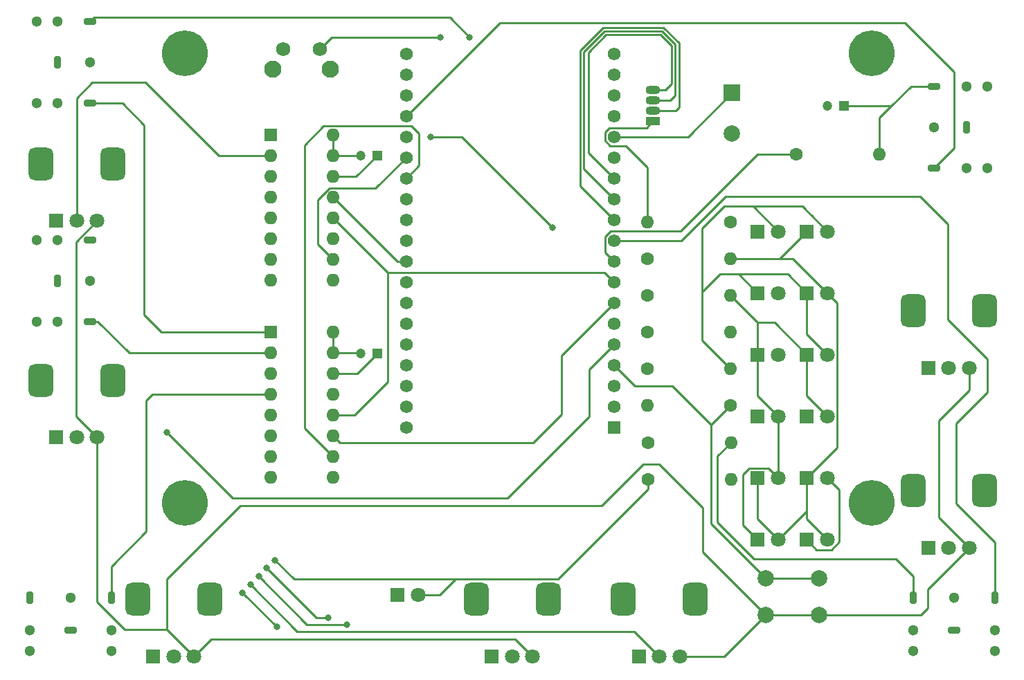
<source format=gbr>
%TF.GenerationSoftware,KiCad,Pcbnew,(6.0.4)*%
%TF.CreationDate,2022-09-22T00:21:37+02:00*%
%TF.ProjectId,Spikeling_V2.2,5370696b-656c-4696-9e67-5f56322e322e,rev?*%
%TF.SameCoordinates,Original*%
%TF.FileFunction,Copper,L1,Top*%
%TF.FilePolarity,Positive*%
%FSLAX46Y46*%
G04 Gerber Fmt 4.6, Leading zero omitted, Abs format (unit mm)*
G04 Created by KiCad (PCBNEW (6.0.4)) date 2022-09-22 00:21:37*
%MOMM*%
%LPD*%
G01*
G04 APERTURE LIST*
G04 Aperture macros list*
%AMRoundRect*
0 Rectangle with rounded corners*
0 $1 Rounding radius*
0 $2 $3 $4 $5 $6 $7 $8 $9 X,Y pos of 4 corners*
0 Add a 4 corners polygon primitive as box body*
4,1,4,$2,$3,$4,$5,$6,$7,$8,$9,$2,$3,0*
0 Add four circle primitives for the rounded corners*
1,1,$1+$1,$2,$3*
1,1,$1+$1,$4,$5*
1,1,$1+$1,$6,$7*
1,1,$1+$1,$8,$9*
0 Add four rect primitives between the rounded corners*
20,1,$1+$1,$2,$3,$4,$5,0*
20,1,$1+$1,$4,$5,$6,$7,0*
20,1,$1+$1,$6,$7,$8,$9,0*
20,1,$1+$1,$8,$9,$2,$3,0*%
G04 Aperture macros list end*
%TA.AperFunction,ComponentPad*%
%ADD10O,1.800000X1.070000*%
%TD*%
%TA.AperFunction,ComponentPad*%
%ADD11R,1.800000X1.070000*%
%TD*%
%TA.AperFunction,ComponentPad*%
%ADD12C,5.600000*%
%TD*%
%TA.AperFunction,ComponentPad*%
%ADD13R,1.800000X1.800000*%
%TD*%
%TA.AperFunction,ComponentPad*%
%ADD14C,1.800000*%
%TD*%
%TA.AperFunction,ComponentPad*%
%ADD15C,1.600000*%
%TD*%
%TA.AperFunction,ComponentPad*%
%ADD16O,1.600000X1.600000*%
%TD*%
%TA.AperFunction,ComponentPad*%
%ADD17R,1.600000X1.600000*%
%TD*%
%TA.AperFunction,ComponentPad*%
%ADD18RoundRect,0.750000X0.750000X-1.250000X0.750000X1.250000X-0.750000X1.250000X-0.750000X-1.250000X0*%
%TD*%
%TA.AperFunction,ComponentPad*%
%ADD19C,1.300000*%
%TD*%
%TA.AperFunction,ComponentPad*%
%ADD20RoundRect,0.200000X0.550000X0.200000X-0.550000X0.200000X-0.550000X-0.200000X0.550000X-0.200000X0*%
%TD*%
%TA.AperFunction,ComponentPad*%
%ADD21RoundRect,0.200000X-0.200000X0.550000X-0.200000X-0.550000X0.200000X-0.550000X0.200000X0.550000X0*%
%TD*%
%TA.AperFunction,ComponentPad*%
%ADD22RoundRect,0.200000X-0.550000X-0.200000X0.550000X-0.200000X0.550000X0.200000X-0.550000X0.200000X0*%
%TD*%
%TA.AperFunction,ComponentPad*%
%ADD23RoundRect,0.200000X0.200000X-0.550000X0.200000X0.550000X-0.200000X0.550000X-0.200000X-0.550000X0*%
%TD*%
%TA.AperFunction,ComponentPad*%
%ADD24R,1.200000X1.200000*%
%TD*%
%TA.AperFunction,ComponentPad*%
%ADD25C,1.200000*%
%TD*%
%TA.AperFunction,ComponentPad*%
%ADD26C,2.100000*%
%TD*%
%TA.AperFunction,ComponentPad*%
%ADD27C,1.750000*%
%TD*%
%TA.AperFunction,ComponentPad*%
%ADD28R,2.000000X2.000000*%
%TD*%
%TA.AperFunction,ComponentPad*%
%ADD29C,2.000000*%
%TD*%
%TA.AperFunction,ComponentPad*%
%ADD30R,1.560000X1.560000*%
%TD*%
%TA.AperFunction,ComponentPad*%
%ADD31C,1.560000*%
%TD*%
%TA.AperFunction,ViaPad*%
%ADD32C,0.800000*%
%TD*%
%TA.AperFunction,Conductor*%
%ADD33C,0.250000*%
%TD*%
G04 APERTURE END LIST*
D10*
%TO.P,Spike_LED,1,RA*%
%TO.N,/27*%
X177200000Y-62030000D03*
D11*
%TO.P,Spike_LED,2,K*%
%TO.N,Net-(100\u03A9_Spike-LED1-Pad2)*%
X177200000Y-63300000D03*
D10*
%TO.P,Spike_LED,3,GA*%
%TO.N,/14*%
X177200000Y-60760000D03*
%TO.P,Spike_LED,4,BA*%
%TO.N,/12*%
X177200000Y-59490000D03*
%TD*%
D12*
%TO.P, ,1*%
%TO.N,N/C*%
X120000000Y-55000000D03*
%TD*%
D13*
%TO.P,6,1,K*%
%TO.N,Net-(100\u03A9_CharliePlex3-Pad2)*%
X190000000Y-76779000D03*
D14*
%TO.P,6,2,A*%
%TO.N,Net-(100\u03A9_CharliePlex4-Pad2)*%
X192540000Y-76779000D03*
%TD*%
%TO.P,1,2,A*%
%TO.N,Net-(100\u03A9_CharliePlex1-Pad2)*%
X192540000Y-114504000D03*
D13*
%TO.P,1,1,K*%
%TO.N,Net-(100\u03A9_CharliePlex2-Pad2)*%
X190000000Y-114504000D03*
%TD*%
D15*
%TO.P,10k\u03A9,1*%
%TO.N,/39*%
X186660000Y-98100000D03*
D16*
%TO.P,10k\u03A9,2*%
%TO.N,GNDREF*%
X176500000Y-98100000D03*
%TD*%
D17*
%TO.P,MCP3208,1,CH0*%
%TO.N,/200*%
X130500000Y-89125000D03*
D16*
%TO.P,MCP3208,2,CH1*%
%TO.N,/201*%
X130500000Y-91665000D03*
%TO.P,MCP3208,3,CH2*%
%TO.N,/202*%
X130500000Y-94205000D03*
%TO.P,MCP3208,4,CH3*%
%TO.N,/203*%
X130500000Y-96745000D03*
%TO.P,MCP3208,5,CH4*%
%TO.N,/204*%
X130500000Y-99285000D03*
%TO.P,MCP3208,6,CH5*%
%TO.N,/205*%
X130500000Y-101825000D03*
%TO.P,MCP3208,7,CH6*%
%TO.N,/206*%
X130500000Y-104365000D03*
%TO.P,MCP3208,8,CH7*%
%TO.N,/207*%
X130500000Y-106905000D03*
%TO.P,MCP3208,9,DGND*%
%TO.N,GNDREF*%
X138120000Y-106905000D03*
%TO.P,MCP3208,10,~{CS}/SHDN*%
%TO.N,/04*%
X138120000Y-104365000D03*
%TO.P,MCP3208,11,Din*%
%TO.N,/32*%
X138120000Y-101825000D03*
%TO.P,MCP3208,12,Dout*%
%TO.N,/33*%
X138120000Y-99285000D03*
%TO.P,MCP3208,13,CLK*%
%TO.N,/18*%
X138120000Y-96745000D03*
%TO.P,MCP3208,14,AGND*%
%TO.N,GNDREF*%
X138120000Y-94205000D03*
%TO.P,MCP3208,15,Vref*%
%TO.N,VCC*%
X138120000Y-91665000D03*
%TO.P,MCP3208,16,Vdd*%
X138120000Y-89125000D03*
%TD*%
D13*
%TO.P,Stimulus,1,1*%
%TO.N,GNDREF*%
X210900000Y-115500000D03*
D14*
%TO.P,Stimulus,2,2*%
%TO.N,/104*%
X213400000Y-115500000D03*
%TO.P,Stimulus,3,3*%
%TO.N,VCC*%
X215900000Y-115500000D03*
D18*
%TO.P,Stimulus,MP*%
%TO.N,N/C*%
X217800000Y-108500000D03*
X209000000Y-108500000D03*
%TD*%
D13*
%TO.P,Noise,1,1*%
%TO.N,GNDREF*%
X175500000Y-128800000D03*
D14*
%TO.P,Noise,2,2*%
%TO.N,/106*%
X178000000Y-128800000D03*
%TO.P,Noise,3,3*%
%TO.N,VCC*%
X180500000Y-128800000D03*
D18*
%TO.P,Noise,MP*%
%TO.N,N/C*%
X173600000Y-121800000D03*
X182400000Y-121800000D03*
%TD*%
D19*
%TO.P,Synapse In 1,*%
%TO.N,*%
X101882500Y-51100000D03*
X104382500Y-51100000D03*
X108382500Y-56100000D03*
X101882500Y-61100000D03*
X104382500Y-61100000D03*
D20*
%TO.P,Synapse In 1,R*%
%TO.N,/200*%
X108382500Y-61100000D03*
D21*
%TO.P,Synapse In 1,S*%
%TO.N,GNDREF*%
X104382500Y-56100000D03*
D20*
%TO.P,Synapse In 1,T*%
%TO.N,/35*%
X108382500Y-51100000D03*
%TD*%
D19*
%TO.P,Synapse Out,*%
%TO.N,*%
X215600000Y-59000000D03*
X215600000Y-69000000D03*
X218100000Y-59000000D03*
X211600000Y-64000000D03*
X218100000Y-69000000D03*
D22*
%TO.P,Synapse Out,R*%
%TO.N,Net-(10\u03A9_RC1-Pad2)*%
X211600000Y-59000000D03*
D23*
%TO.P,Synapse Out,S*%
%TO.N,GNDREF*%
X215600000Y-64000000D03*
D22*
%TO.P,Synapse Out,T*%
%TO.N,/15*%
X211600000Y-69000000D03*
%TD*%
D13*
%TO.P,Synapse1 Gain,1,1*%
%TO.N,GNDREF*%
X104250000Y-75500000D03*
D14*
%TO.P,Synapse1 Gain,2,2*%
%TO.N,/101*%
X106750000Y-75500000D03*
%TO.P,Synapse1 Gain,3,3*%
%TO.N,VCC*%
X109250000Y-75500000D03*
D18*
%TO.P,Synapse1 Gain,MP*%
%TO.N,N/C*%
X111150000Y-68500000D03*
X102350000Y-68500000D03*
%TD*%
D14*
%TO.P,3,2,A*%
%TO.N,Net-(100\u03A9_CharliePlex2-Pad2)*%
X192540000Y-99414000D03*
D13*
%TO.P,3,1,K*%
%TO.N,Net-(100\u03A9_CharliePlex3-Pad2)*%
X190000000Y-99414000D03*
%TD*%
%TO.P,Voltage Membrane,1,1*%
%TO.N,GNDREF*%
X116100000Y-128800000D03*
D14*
%TO.P,Voltage Membrane,2,2*%
%TO.N,/100*%
X118600000Y-128800000D03*
%TO.P,Voltage Membrane,3,3*%
%TO.N,VCC*%
X121100000Y-128800000D03*
D18*
%TO.P,Voltage Membrane,MP*%
%TO.N,N/C*%
X114200000Y-121800000D03*
X123000000Y-121800000D03*
%TD*%
D15*
%TO.P,100\u03A9,1*%
%TO.N,/22*%
X176600000Y-102600000D03*
D16*
%TO.P,100\u03A9,2*%
%TO.N,Net-(100\u03A9_Stim-LED1-Pad2)*%
X186760000Y-102600000D03*
%TD*%
D12*
%TO.P, ,1*%
%TO.N,N/C*%
X204000000Y-55000000D03*
%TD*%
D17*
%TO.P,MCP3208,1,CH0*%
%TO.N,/100*%
X130500000Y-65000000D03*
D16*
%TO.P,MCP3208,2,CH1*%
%TO.N,/101*%
X130500000Y-67540000D03*
%TO.P,MCP3208,3,CH2*%
%TO.N,/102*%
X130500000Y-70080000D03*
%TO.P,MCP3208,4,CH3*%
%TO.N,/103*%
X130500000Y-72620000D03*
%TO.P,MCP3208,5,CH4*%
%TO.N,/104*%
X130500000Y-75160000D03*
%TO.P,MCP3208,6,CH5*%
%TO.N,/105*%
X130500000Y-77700000D03*
%TO.P,MCP3208,7,CH6*%
%TO.N,/106*%
X130500000Y-80240000D03*
%TO.P,MCP3208,8,CH7*%
%TO.N,/107*%
X130500000Y-82780000D03*
%TO.P,MCP3208,9,DGND*%
%TO.N,GNDREF*%
X138120000Y-82780000D03*
%TO.P,MCP3208,10,~{CS}/SHDN*%
%TO.N,/00*%
X138120000Y-80240000D03*
%TO.P,MCP3208,11,Din*%
%TO.N,/32*%
X138120000Y-77700000D03*
%TO.P,MCP3208,12,Dout*%
%TO.N,/33*%
X138120000Y-75160000D03*
%TO.P,MCP3208,13,CLK*%
%TO.N,/18*%
X138120000Y-72620000D03*
%TO.P,MCP3208,14,AGND*%
%TO.N,GNDREF*%
X138120000Y-70080000D03*
%TO.P,MCP3208,15,Vref*%
%TO.N,VCC*%
X138120000Y-67540000D03*
%TO.P,MCP3208,16,Vdd*%
X138120000Y-65000000D03*
%TD*%
D24*
%TO.P,1\u03BCF,1*%
%TO.N,GNDREF*%
X143472600Y-91750000D03*
D25*
%TO.P,1\u03BCF,2*%
%TO.N,VCC*%
X141472600Y-91750000D03*
%TD*%
D19*
%TO.P,Stimulus Out,*%
%TO.N,*%
X219000000Y-125617500D03*
X219000000Y-128117500D03*
X209000000Y-128117500D03*
X214000000Y-121617500D03*
X209000000Y-125617500D03*
D21*
%TO.P,Stimulus Out,R*%
%TO.N,/26*%
X219000000Y-121617500D03*
D22*
%TO.P,Stimulus Out,S*%
%TO.N,GNDREF*%
X214000000Y-125617500D03*
D21*
%TO.P,Stimulus Out,T*%
%TO.N,Net-(100\u03A9_Stim-LED1-Pad2)*%
X209000000Y-121617500D03*
%TD*%
D26*
%TO.P,Reset Button,*%
%TO.N,*%
X137760000Y-56930000D03*
X130750000Y-56930000D03*
D27*
%TO.P,Reset Button,1,1*%
%TO.N,GNDREF*%
X132000000Y-54440000D03*
%TO.P,Reset Button,2,2*%
%TO.N,Net-(Reset_Button1-Pad2)*%
X136500000Y-54440000D03*
%TD*%
D13*
%TO.P,10,1,K*%
%TO.N,Net-(100\u03A9_CharliePlex2-Pad2)*%
X196000000Y-91869000D03*
D14*
%TO.P,10,2,A*%
%TO.N,Net-(100\u03A9_CharliePlex4-Pad2)*%
X198540000Y-91869000D03*
%TD*%
%TO.P,8,2,A*%
%TO.N,Net-(100\u03A9_CharliePlex3-Pad2)*%
X198540000Y-106959000D03*
D13*
%TO.P,8,1,K*%
%TO.N,Net-(100\u03A9_CharliePlex1-Pad2)*%
X196000000Y-106959000D03*
%TD*%
D24*
%TO.P,1\u03BCF,1*%
%TO.N,GNDREF*%
X143472600Y-67500000D03*
D25*
%TO.P,1\u03BCF,2*%
%TO.N,VCC*%
X141472600Y-67500000D03*
%TD*%
D15*
%TO.P,100\u03A9,1*%
%TO.N,/21*%
X176500000Y-93600000D03*
D16*
%TO.P,100\u03A9,2*%
%TO.N,Net-(100\u03A9_CharliePlex4-Pad2)*%
X186660000Y-93600000D03*
%TD*%
D13*
%TO.P,12,1,K*%
%TO.N,Net-(100\u03A9_CharliePlex1-Pad2)*%
X196000000Y-76779000D03*
D14*
%TO.P,12,2,A*%
%TO.N,Net-(100\u03A9_CharliePlex4-Pad2)*%
X198540000Y-76779000D03*
%TD*%
D13*
%TO.P,11,1,K*%
%TO.N,Net-(100\u03A9_CharliePlex4-Pad2)*%
X196000000Y-84324000D03*
D14*
%TO.P,11,2,A*%
%TO.N,Net-(100\u03A9_CharliePlex1-Pad2)*%
X198540000Y-84324000D03*
%TD*%
D13*
%TO.P,9,1,K*%
%TO.N,Net-(100\u03A9_CharliePlex4-Pad2)*%
X196000000Y-99414000D03*
D14*
%TO.P,9,2,A*%
%TO.N,Net-(100\u03A9_CharliePlex2-Pad2)*%
X198540000Y-99414000D03*
%TD*%
D15*
%TO.P,10\u03A9,1*%
%TO.N,/25*%
X194720000Y-67300000D03*
D16*
%TO.P,10\u03A9,2*%
%TO.N,Net-(10\u03A9_RC1-Pad2)*%
X204880000Y-67300000D03*
%TD*%
D13*
%TO.P,Photodiode,1,K*%
%TO.N,GNDREF*%
X145975000Y-121300000D03*
D14*
%TO.P,Photodiode,2,A*%
%TO.N,/202*%
X148515000Y-121300000D03*
%TD*%
D13*
%TO.P,Stimulus,1,1*%
%TO.N,GNDREF*%
X210900000Y-93500000D03*
D14*
%TO.P,Stimulus,2,2*%
%TO.N,/105*%
X213400000Y-93500000D03*
%TO.P,Stimulus,3,3*%
%TO.N,VCC*%
X215900000Y-93500000D03*
D18*
%TO.P,Stimulus,MP*%
%TO.N,N/C*%
X217800000Y-86500000D03*
X209000000Y-86500000D03*
%TD*%
D13*
%TO.P,Synapse2 Gain,1,1*%
%TO.N,GNDREF*%
X104250000Y-102000000D03*
D14*
%TO.P,Synapse2 Gain,2,2*%
%TO.N,/102*%
X106750000Y-102000000D03*
%TO.P,Synapse2 Gain,3,3*%
%TO.N,VCC*%
X109250000Y-102000000D03*
D18*
%TO.P,Synapse2 Gain,MP*%
%TO.N,N/C*%
X102350000Y-95000000D03*
X111150000Y-95000000D03*
%TD*%
D19*
%TO.P,Synapse In 2,*%
%TO.N,*%
X104382500Y-77800000D03*
X101882500Y-87800000D03*
X101882500Y-77800000D03*
X108382500Y-82800000D03*
X104382500Y-87800000D03*
D20*
%TO.P,Synapse In 2,R*%
%TO.N,/201*%
X108382500Y-87800000D03*
D21*
%TO.P,Synapse In 2,S*%
%TO.N,GNDREF*%
X104382500Y-82800000D03*
D20*
%TO.P,Synapse In 2,T*%
%TO.N,/34*%
X108382500Y-77800000D03*
%TD*%
D14*
%TO.P,2,2,A*%
%TO.N,Net-(100\u03A9_CharliePlex2-Pad2)*%
X192540000Y-106959000D03*
D13*
%TO.P,2,1,K*%
%TO.N,Net-(100\u03A9_CharliePlex1-Pad2)*%
X190000000Y-106959000D03*
%TD*%
D12*
%TO.P, ,1*%
%TO.N,N/C*%
X204000000Y-110000000D03*
%TD*%
D13*
%TO.P,4,1,K*%
%TO.N,Net-(100\u03A9_CharliePlex2-Pad2)*%
X190000000Y-91869000D03*
D14*
%TO.P,4,2,A*%
%TO.N,Net-(100\u03A9_CharliePlex3-Pad2)*%
X192540000Y-91869000D03*
%TD*%
D19*
%TO.P,Current In,*%
%TO.N,*%
X101000000Y-128117500D03*
X111000000Y-125617500D03*
X101000000Y-125617500D03*
X111000000Y-128117500D03*
X106000000Y-121617500D03*
D21*
%TO.P,Current In,R*%
%TO.N,/203*%
X111000000Y-121617500D03*
D22*
%TO.P,Current In,S*%
%TO.N,GNDREF*%
X106000000Y-125617500D03*
D21*
%TO.P,Current In,T*%
%TO.N,unconnected-(Current_In1-PadT)*%
X101000000Y-121617500D03*
%TD*%
D15*
%TO.P,100\u03A9,1*%
%TO.N,/19*%
X176500000Y-89100000D03*
D16*
%TO.P,100\u03A9,2*%
%TO.N,Net-(100\u03A9_CharliePlex3-Pad2)*%
X186660000Y-89100000D03*
%TD*%
D15*
%TO.P,10k\u03A9,1*%
%TO.N,/202*%
X176600000Y-107100000D03*
D16*
%TO.P,10k\u03A9,2*%
%TO.N,GNDREF*%
X186760000Y-107100000D03*
%TD*%
D13*
%TO.P,Photodiode Gain,1,1*%
%TO.N,GNDREF*%
X157500000Y-128800000D03*
D14*
%TO.P,Photodiode Gain,2,2*%
%TO.N,/103*%
X160000000Y-128800000D03*
%TO.P,Photodiode Gain,3,3*%
%TO.N,VCC*%
X162500000Y-128800000D03*
D18*
%TO.P,Photodiode Gain,MP*%
%TO.N,N/C*%
X164400000Y-121800000D03*
X155600000Y-121800000D03*
%TD*%
D24*
%TO.P,1nF,1*%
%TO.N,Net-(10\u03A9_RC1-Pad2)*%
X200572600Y-61400000D03*
D25*
%TO.P,1nF,2*%
%TO.N,GNDREF*%
X198572600Y-61400000D03*
%TD*%
D15*
%TO.P,100\u03A9,1*%
%TO.N,/05*%
X176500000Y-84600000D03*
D16*
%TO.P,100\u03A9,2*%
%TO.N,Net-(100\u03A9_CharliePlex2-Pad2)*%
X186660000Y-84600000D03*
%TD*%
D15*
%TO.P,100\u03A9,1*%
%TO.N,GNDREF*%
X186680000Y-75600000D03*
D16*
%TO.P,100\u03A9,2*%
%TO.N,Net-(100\u03A9_Spike-LED1-Pad2)*%
X176520000Y-75600000D03*
%TD*%
D28*
%TO.P,Spike Buzzer,1,-*%
%TO.N,/13*%
X186900000Y-59800000D03*
D29*
%TO.P,Spike Buzzer,2,+*%
%TO.N,GNDREF*%
X186900000Y-64800000D03*
%TD*%
D12*
%TO.P, ,1*%
%TO.N,N/C*%
X120000000Y-110000000D03*
%TD*%
D15*
%TO.P,100\u03A9,1*%
%TO.N,/02*%
X176500000Y-80100000D03*
D16*
%TO.P,100\u03A9,2*%
%TO.N,Net-(100\u03A9_CharliePlex1-Pad2)*%
X186660000Y-80100000D03*
%TD*%
D29*
%TO.P,Mode Button,2,2*%
%TO.N,VCC*%
X191000000Y-123750000D03*
X197500000Y-123750000D03*
%TO.P,Mode Button,1,1*%
%TO.N,/39*%
X197500000Y-119250000D03*
X191000000Y-119250000D03*
%TD*%
D30*
%TO.P,ESP32 Wroom-32 Dev Module,1,3V3*%
%TO.N,+3V3*%
X172450000Y-100760000D03*
D31*
%TO.P,ESP32 Wroom-32 Dev Module,2,EN*%
%TO.N,Net-(Reset_Button1-Pad2)*%
X172450000Y-98220000D03*
%TO.P,ESP32 Wroom-32 Dev Module,3,SENSOR_VP*%
%TO.N,unconnected-(U1-Pad3)*%
X172450000Y-95680000D03*
%TO.P,ESP32 Wroom-32 Dev Module,4,SENSOR_VN*%
%TO.N,/39*%
X172450000Y-93140000D03*
%TO.P,ESP32 Wroom-32 Dev Module,5,IO34*%
%TO.N,/34*%
X172450000Y-90600000D03*
%TO.P,ESP32 Wroom-32 Dev Module,6,IO35*%
%TO.N,/35*%
X172450000Y-88060000D03*
%TO.P,ESP32 Wroom-32 Dev Module,7,IO32*%
%TO.N,/32*%
X172450000Y-85520000D03*
%TO.P,ESP32 Wroom-32 Dev Module,8,IO33*%
%TO.N,/33*%
X172450000Y-82980000D03*
%TO.P,ESP32 Wroom-32 Dev Module,9,IO25*%
%TO.N,/25*%
X172450000Y-80440000D03*
%TO.P,ESP32 Wroom-32 Dev Module,10,IO26*%
%TO.N,/26*%
X172450000Y-77900000D03*
%TO.P,ESP32 Wroom-32 Dev Module,11,IO27*%
%TO.N,/27*%
X172450000Y-75360000D03*
%TO.P,ESP32 Wroom-32 Dev Module,12,IO14*%
%TO.N,/14*%
X172450000Y-72820000D03*
%TO.P,ESP32 Wroom-32 Dev Module,13,IO12*%
%TO.N,/12*%
X172450000Y-70280000D03*
%TO.P,ESP32 Wroom-32 Dev Module,14,GND1*%
%TO.N,GNDREF*%
X172450000Y-67740000D03*
%TO.P,ESP32 Wroom-32 Dev Module,15,IO13*%
%TO.N,/13*%
X172450000Y-65200000D03*
%TO.P,ESP32 Wroom-32 Dev Module,16,SD2*%
%TO.N,unconnected-(U1-Pad16)*%
X172450000Y-62660000D03*
%TO.P,ESP32 Wroom-32 Dev Module,17,SD3*%
%TO.N,unconnected-(U1-Pad17)*%
X172450000Y-60120000D03*
%TO.P,ESP32 Wroom-32 Dev Module,18,CMD*%
%TO.N,unconnected-(U1-Pad18)*%
X172450000Y-57580000D03*
%TO.P,ESP32 Wroom-32 Dev Module,19,EXT_5V*%
%TO.N,VCC*%
X172450000Y-55040000D03*
%TO.P,ESP32 Wroom-32 Dev Module,20,GND3*%
%TO.N,GNDREF*%
X147050000Y-100760000D03*
%TO.P,ESP32 Wroom-32 Dev Module,21,IO23*%
%TO.N,/23*%
X147050000Y-98220000D03*
%TO.P,ESP32 Wroom-32 Dev Module,22,IO22*%
%TO.N,/22*%
X147050000Y-95680000D03*
%TO.P,ESP32 Wroom-32 Dev Module,23,TXD0*%
%TO.N,unconnected-(U1-Pad23)*%
X147050000Y-93140000D03*
%TO.P,ESP32 Wroom-32 Dev Module,24,RXD0*%
%TO.N,unconnected-(U1-Pad24)*%
X147050000Y-90600000D03*
%TO.P,ESP32 Wroom-32 Dev Module,25,IO21*%
%TO.N,/21*%
X147050000Y-88060000D03*
%TO.P,ESP32 Wroom-32 Dev Module,26,GND2*%
%TO.N,GNDREF*%
X147050000Y-85520000D03*
%TO.P,ESP32 Wroom-32 Dev Module,27,IO19*%
%TO.N,/19*%
X147050000Y-82980000D03*
%TO.P,ESP32 Wroom-32 Dev Module,28,IO18*%
%TO.N,/18*%
X147050000Y-80440000D03*
%TO.P,ESP32 Wroom-32 Dev Module,29,IO5*%
%TO.N,/05*%
X147050000Y-77900000D03*
%TO.P,ESP32 Wroom-32 Dev Module,30,IO17*%
%TO.N,/17*%
X147050000Y-75360000D03*
%TO.P,ESP32 Wroom-32 Dev Module,31,IO16*%
%TO.N,/16*%
X147050000Y-72820000D03*
%TO.P,ESP32 Wroom-32 Dev Module,32,IO4*%
%TO.N,/04*%
X147050000Y-70280000D03*
%TO.P,ESP32 Wroom-32 Dev Module,33,IO0*%
%TO.N,/00*%
X147050000Y-67740000D03*
%TO.P,ESP32 Wroom-32 Dev Module,34,IO2*%
%TO.N,/02*%
X147050000Y-65200000D03*
%TO.P,ESP32 Wroom-32 Dev Module,35,IO15*%
%TO.N,/15*%
X147050000Y-62660000D03*
%TO.P,ESP32 Wroom-32 Dev Module,36,SD1*%
%TO.N,unconnected-(U1-Pad36)*%
X147050000Y-60120000D03*
%TO.P,ESP32 Wroom-32 Dev Module,37,SD0*%
%TO.N,unconnected-(U1-Pad37)*%
X147050000Y-57580000D03*
%TO.P,ESP32 Wroom-32 Dev Module,38,CLK*%
%TO.N,unconnected-(U1-Pad38)*%
X147050000Y-55040000D03*
%TD*%
D14*
%TO.P,7,2,A*%
%TO.N,Net-(100\u03A9_CharliePlex1-Pad2)*%
X198540000Y-114504000D03*
D13*
%TO.P,7,1,K*%
%TO.N,Net-(100\u03A9_CharliePlex3-Pad2)*%
X196000000Y-114504000D03*
%TD*%
%TO.P,5,1,K*%
%TO.N,Net-(100\u03A9_CharliePlex4-Pad2)*%
X190000000Y-84324000D03*
D14*
%TO.P,5,2,A*%
%TO.N,Net-(100\u03A9_CharliePlex3-Pad2)*%
X192540000Y-84324000D03*
%TD*%
D32*
%TO.N,GNDREF*%
X146100000Y-121700000D03*
%TO.N,/34*%
X117800000Y-101400000D03*
%TO.N,/35*%
X154800000Y-53000000D03*
%TO.N,/02*%
X150000000Y-65200000D03*
X164950000Y-76350000D03*
%TO.N,Net-(Reset_Button1-Pad2)*%
X151200000Y-53000000D03*
%TO.N,/202*%
X131000000Y-117000000D03*
%TO.N,/106*%
X128000000Y-120000000D03*
%TO.N,/103*%
X127000000Y-121000000D03*
X131200000Y-125200000D03*
%TO.N,/105*%
X137500000Y-124100000D03*
X130000000Y-118000000D03*
%TO.N,/104*%
X139800000Y-124900000D03*
X129000000Y-119000000D03*
%TD*%
D33*
%TO.N,/25*%
X180575489Y-76724511D02*
X190000000Y-67300000D01*
X172063473Y-76724511D02*
X180575489Y-76724511D01*
X171345489Y-77442495D02*
X172063473Y-76724511D01*
X171345489Y-79335489D02*
X171345489Y-77442495D01*
X172450000Y-80440000D02*
X171345489Y-79335489D01*
%TO.N,/26*%
X180700000Y-77900000D02*
X172450000Y-77900000D01*
X186100000Y-72500000D02*
X180700000Y-77900000D01*
X209900000Y-72500000D02*
X186100000Y-72500000D01*
X213300000Y-75900000D02*
X209900000Y-72500000D01*
X218100000Y-92400000D02*
X213300000Y-87600000D01*
X218100000Y-96500000D02*
X218100000Y-92400000D01*
X214300000Y-100300000D02*
X218100000Y-96500000D01*
X219000000Y-114800000D02*
X214300000Y-110100000D01*
X219000000Y-121617500D02*
X219000000Y-114800000D01*
X214300000Y-110100000D02*
X214300000Y-100300000D01*
X213300000Y-87600000D02*
X213300000Y-75900000D01*
%TO.N,VCC*%
X212200000Y-111800000D02*
X215900000Y-115500000D01*
X215900000Y-96200000D02*
X212200000Y-99900000D01*
X212200000Y-99900000D02*
X212200000Y-111800000D01*
X215900000Y-93500000D02*
X215900000Y-96200000D01*
%TO.N,/15*%
X214000000Y-66600000D02*
X214000000Y-65100000D01*
X211600000Y-69000000D02*
X214000000Y-66600000D01*
X214000000Y-65100000D02*
X214000000Y-63968500D01*
X214000000Y-66500000D02*
X214000000Y-65100000D01*
%TO.N,Net-(10\u03A9_RC1-Pad2)*%
X211600000Y-59000000D02*
X208768500Y-59000000D01*
%TO.N,Net-(100\u03A9_Stim-LED1-Pad2)*%
X209000000Y-121617500D02*
X209000000Y-118968500D01*
%TO.N,/203*%
X111000000Y-121617500D02*
X111000000Y-117768500D01*
%TO.N,/201*%
X108382500Y-87800000D02*
X109300000Y-87800000D01*
X113165000Y-91665000D02*
X130500000Y-91665000D01*
X109300000Y-87800000D02*
X113165000Y-91665000D01*
%TO.N,/200*%
X115000000Y-87000000D02*
X117125000Y-89125000D01*
X115000000Y-63768500D02*
X115000000Y-87000000D01*
X117125000Y-89125000D02*
X130500000Y-89125000D01*
X112331500Y-61100000D02*
X115000000Y-63768500D01*
X108382500Y-61100000D02*
X112331500Y-61100000D01*
%TO.N,/35*%
X108882500Y-50600000D02*
X112600000Y-50600000D01*
X108382500Y-51100000D02*
X108882500Y-50600000D01*
X112600000Y-50600000D02*
X109000000Y-50600000D01*
X152400000Y-50600000D02*
X112600000Y-50600000D01*
%TO.N,Net-(100\u03A9_CharliePlex4-Pad2)*%
X195461000Y-73700000D02*
X198540000Y-76779000D01*
X189461000Y-73700000D02*
X195461000Y-73700000D01*
X185900000Y-73700000D02*
X189461000Y-73700000D01*
X183200000Y-76400000D02*
X185900000Y-73700000D01*
X183200000Y-84200000D02*
X183200000Y-76400000D01*
X189461000Y-73700000D02*
X192540000Y-76779000D01*
X198540000Y-76779000D02*
X196561000Y-74800000D01*
X187676000Y-82000000D02*
X193676000Y-82000000D01*
X193676000Y-82000000D02*
X196000000Y-84324000D01*
X187676000Y-82000000D02*
X190000000Y-84324000D01*
X185400000Y-82000000D02*
X187676000Y-82000000D01*
X183200000Y-84200000D02*
X185400000Y-82000000D01*
X183200000Y-90140000D02*
X183200000Y-84200000D01*
X186660000Y-93600000D02*
X183200000Y-90140000D01*
X196000000Y-89329000D02*
X198540000Y-91869000D01*
X196000000Y-84324000D02*
X196000000Y-89329000D01*
%TO.N,Net-(100\u03A9_CharliePlex3-Pad2)*%
X196004000Y-114504000D02*
X197228511Y-115728511D01*
X197228511Y-115728511D02*
X199047210Y-115728511D01*
X200000000Y-108419000D02*
X198540000Y-106959000D01*
X199047210Y-115728511D02*
X200000000Y-114775721D01*
X196000000Y-114504000D02*
X196004000Y-114504000D01*
X200000000Y-114775721D02*
X200000000Y-108419000D01*
%TO.N,Net-(100\u03A9_CharliePlex2-Pad2)*%
X188200000Y-106500000D02*
X188200000Y-112704000D01*
X188965511Y-105734489D02*
X188200000Y-106500000D01*
X188200000Y-112704000D02*
X190000000Y-114504000D01*
X192540000Y-106959000D02*
X191315489Y-105734489D01*
X191315489Y-105734489D02*
X188965511Y-105734489D01*
X192540000Y-99414000D02*
X192540000Y-106959000D01*
X196000000Y-96874000D02*
X198540000Y-99414000D01*
X196000000Y-91869000D02*
X196000000Y-96874000D01*
X190000000Y-96874000D02*
X192540000Y-99414000D01*
X190000000Y-91869000D02*
X190000000Y-96874000D01*
X192071000Y-87940000D02*
X196000000Y-91869000D01*
X190000000Y-87940000D02*
X192071000Y-87940000D01*
X190000000Y-87940000D02*
X190000000Y-91869000D01*
X186660000Y-84600000D02*
X190000000Y-87940000D01*
%TO.N,Net-(100\u03A9_CharliePlex1-Pad2)*%
X196000000Y-111964000D02*
X198540000Y-114504000D01*
X196000000Y-111044000D02*
X196000000Y-111964000D01*
X190000000Y-106959000D02*
X190000000Y-111964000D01*
X190000000Y-111964000D02*
X192540000Y-114504000D01*
X196000000Y-111044000D02*
X192540000Y-114504000D01*
X196000000Y-106959000D02*
X196000000Y-111044000D01*
X199764511Y-85548511D02*
X199764511Y-103194489D01*
X199764511Y-103194489D02*
X196000000Y-106959000D01*
X198540000Y-84324000D02*
X199764511Y-85548511D01*
X194316000Y-80100000D02*
X198540000Y-84324000D01*
X192679000Y-80100000D02*
X194316000Y-80100000D01*
X192679000Y-80100000D02*
X196000000Y-76779000D01*
X186660000Y-80100000D02*
X192679000Y-80100000D01*
%TO.N,VCC*%
X210800000Y-122900000D02*
X209950000Y-123750000D01*
X210800000Y-120600000D02*
X210800000Y-122900000D01*
X197500000Y-123750000D02*
X209950000Y-123750000D01*
X215900000Y-115500000D02*
X210800000Y-120600000D01*
%TO.N,GNDREF*%
X141017600Y-94205000D02*
X143472600Y-91750000D01*
X140892600Y-70080000D02*
X143472600Y-67500000D01*
X146100000Y-121700000D02*
X146200000Y-121700000D01*
X138120000Y-94205000D02*
X141017600Y-94205000D01*
X138120000Y-70080000D02*
X140892600Y-70080000D01*
%TO.N,/27*%
X178500000Y-51800000D02*
X180400000Y-53700000D01*
X172450000Y-75360000D02*
X168300000Y-71210000D01*
X180400000Y-61600000D02*
X179970000Y-62030000D01*
X180400000Y-53700000D02*
X180400000Y-61600000D01*
X172450000Y-75360000D02*
X172450000Y-74879700D01*
X179970000Y-62030000D02*
X177200000Y-62030000D01*
X168300000Y-54600000D02*
X171100000Y-51800000D01*
X176600000Y-62140000D02*
X177750000Y-62140000D01*
X168300000Y-71210000D02*
X168300000Y-54600000D01*
X171100000Y-51800000D02*
X178500000Y-51800000D01*
%TO.N,/34*%
X159400000Y-109400000D02*
X125800000Y-109400000D01*
X172450000Y-90600000D02*
X169400000Y-93650000D01*
X125800000Y-109400000D02*
X117800000Y-101400000D01*
X169400000Y-93650000D02*
X169400000Y-99400000D01*
X169400000Y-99400000D02*
X159400000Y-109400000D01*
%TO.N,/35*%
X154800000Y-53000000D02*
X152400000Y-50600000D01*
X109000000Y-50600000D02*
X108500000Y-51100000D01*
%TO.N,/25*%
X190000000Y-67300000D02*
X194720000Y-67300000D01*
%TO.N,/14*%
X168749520Y-69119520D02*
X172450000Y-72820000D01*
X179950480Y-60149520D02*
X179950480Y-53886198D01*
X179340000Y-60760000D02*
X179950480Y-60149520D01*
X179950480Y-53886198D02*
X178313802Y-52249520D01*
X171286198Y-52249520D02*
X168749520Y-54786198D01*
X177200000Y-60760000D02*
X179340000Y-60760000D01*
X168749520Y-54786198D02*
X168749520Y-69119520D01*
X178313802Y-52249520D02*
X171286198Y-52249520D01*
%TO.N,/12*%
X179500000Y-58700000D02*
X179500000Y-54071436D01*
X177200000Y-59490000D02*
X178710000Y-59490000D01*
X178710000Y-59490000D02*
X179500000Y-58700000D01*
X178127604Y-52699040D02*
X171472396Y-52699040D01*
X169300000Y-54871436D02*
X169300000Y-67130000D01*
X179500000Y-54071436D02*
X178127604Y-52699040D01*
X169300000Y-67130000D02*
X172450000Y-70280000D01*
X171472396Y-52699040D02*
X169300000Y-54871436D01*
%TO.N,/13*%
X181500000Y-65200000D02*
X186900000Y-59800000D01*
X172450000Y-65200000D02*
X172450000Y-64800000D01*
X172450000Y-65200000D02*
X181500000Y-65200000D01*
%TO.N,/02*%
X153800000Y-65200000D02*
X164950000Y-76350000D01*
X150000000Y-65200000D02*
X153800000Y-65200000D01*
%TO.N,/15*%
X147050000Y-62660000D02*
X158460000Y-51250000D01*
X158460000Y-51250000D02*
X208000000Y-51250000D01*
X214000000Y-57250000D02*
X214000000Y-63968500D01*
X208000000Y-51250000D02*
X214000000Y-57250000D01*
%TO.N,Net-(10\u03A9_RC1-Pad2)*%
X200572600Y-61400000D02*
X206368500Y-61400000D01*
X204880000Y-62888500D02*
X206368500Y-61400000D01*
X206368500Y-61400000D02*
X208768500Y-59000000D01*
X204880000Y-67300000D02*
X204880000Y-62888500D01*
%TO.N,Net-(100\u03A9_Stim-LED1-Pad2)*%
X189600000Y-116900000D02*
X206931500Y-116900000D01*
X185100000Y-112400000D02*
X189600000Y-116900000D01*
X206931500Y-116900000D02*
X209000000Y-118968500D01*
X185100000Y-104260000D02*
X185100000Y-112400000D01*
X186760000Y-102600000D02*
X185100000Y-104260000D01*
%TO.N,/39*%
X175010000Y-95700000D02*
X179540000Y-95700000D01*
X186660000Y-98100000D02*
X184300000Y-100460000D01*
X191000000Y-119250000D02*
X197500000Y-119250000D01*
X184300000Y-112550000D02*
X191000000Y-119250000D01*
X184300000Y-100460000D02*
X184300000Y-112550000D01*
X179540000Y-95700000D02*
X184300000Y-100460000D01*
X172450000Y-93140000D02*
X175010000Y-95700000D01*
%TO.N,VCC*%
X160400000Y-126700000D02*
X158100000Y-126700000D01*
X109250000Y-102000000D02*
X109250000Y-122150000D01*
X106700000Y-78050000D02*
X106700000Y-99450000D01*
X183300000Y-110600000D02*
X178000000Y-105300000D01*
X109250000Y-75500000D02*
X106700000Y-78050000D01*
X141432600Y-67540000D02*
X141472600Y-67500000D01*
X117800000Y-119300000D02*
X117800000Y-125500000D01*
X112600000Y-125500000D02*
X117800000Y-125500000D01*
X170974511Y-110325489D02*
X126774511Y-110325489D01*
X185950000Y-128800000D02*
X191000000Y-123750000D01*
X138120000Y-89125000D02*
X138120000Y-91665000D01*
X180500000Y-128800000D02*
X185950000Y-128800000D01*
X183300000Y-116050000D02*
X183300000Y-110600000D01*
X138120000Y-65000000D02*
X138120000Y-67540000D01*
X162500000Y-128800000D02*
X160400000Y-126700000D01*
X138120000Y-67540000D02*
X141432600Y-67540000D01*
X123200000Y-126700000D02*
X158100000Y-126700000D01*
X178000000Y-105300000D02*
X176000000Y-105300000D01*
X176000000Y-105300000D02*
X170974511Y-110325489D01*
X191000000Y-123750000D02*
X197500000Y-123750000D01*
X109250000Y-122150000D02*
X112600000Y-125500000D01*
X117800000Y-125500000D02*
X121100000Y-128800000D01*
X138120000Y-91665000D02*
X141387600Y-91665000D01*
X121100000Y-128800000D02*
X123200000Y-126700000D01*
X106700000Y-99450000D02*
X109250000Y-102000000D01*
X191000000Y-123750000D02*
X183300000Y-116050000D01*
X141387600Y-91665000D02*
X141472600Y-91750000D01*
X126774511Y-110325489D02*
X117800000Y-119300000D01*
%TO.N,Net-(Reset_Button1-Pad2)*%
X137940000Y-53000000D02*
X151200000Y-53000000D01*
X136500000Y-54440000D02*
X137940000Y-53000000D01*
%TO.N,/202*%
X131000000Y-117000000D02*
X133332500Y-119332500D01*
X148515000Y-121300000D02*
X151100000Y-121300000D01*
X151100000Y-121300000D02*
X153067500Y-119332500D01*
X152732500Y-119332500D02*
X153067500Y-119332500D01*
X133332500Y-119332500D02*
X152732500Y-119332500D01*
X165567500Y-119332500D02*
X176600000Y-108300000D01*
X153067500Y-119332500D02*
X165567500Y-119332500D01*
X176600000Y-108300000D02*
X176600000Y-107100000D01*
%TO.N,/203*%
X115250000Y-113518500D02*
X115250000Y-97500000D01*
X115250000Y-97500000D02*
X116005000Y-96745000D01*
X116005000Y-96745000D02*
X130500000Y-96745000D01*
X111000000Y-117768500D02*
X115250000Y-113518500D01*
%TO.N,/106*%
X133724511Y-125724511D02*
X136575489Y-125724511D01*
X178000000Y-128800000D02*
X174924511Y-125724511D01*
X128000000Y-120000000D02*
X133724511Y-125724511D01*
X174924511Y-125724511D02*
X174524511Y-125724511D01*
X136575489Y-125724511D02*
X174524511Y-125724511D01*
%TO.N,/103*%
X127000000Y-121000000D02*
X131200000Y-125200000D01*
%TO.N,/105*%
X136100000Y-124100000D02*
X137500000Y-124100000D01*
X130000000Y-118000000D02*
X136100000Y-124100000D01*
%TO.N,/104*%
X129000000Y-119000000D02*
X134900000Y-124900000D01*
X134900000Y-124900000D02*
X139800000Y-124900000D01*
%TO.N,/101*%
X124140000Y-67540000D02*
X130500000Y-67540000D01*
X108650000Y-58550000D02*
X115150000Y-58550000D01*
X106750000Y-75500000D02*
X106750000Y-60450000D01*
X115150000Y-58550000D02*
X124140000Y-67540000D01*
X106750000Y-60450000D02*
X108650000Y-58550000D01*
%TO.N,/32*%
X162575001Y-102624999D02*
X166000000Y-99200000D01*
X138919999Y-102624999D02*
X162575001Y-102624999D01*
X166000000Y-91970000D02*
X166000000Y-93800000D01*
X138120000Y-101825000D02*
X138919999Y-102624999D01*
X172450000Y-85520000D02*
X166000000Y-91970000D01*
X166000000Y-99200000D02*
X166000000Y-93800000D01*
%TO.N,/33*%
X171310000Y-81840000D02*
X172450000Y-82980000D01*
X138120000Y-75160000D02*
X144760000Y-81800000D01*
X140715000Y-99285000D02*
X144800000Y-95200000D01*
X144800000Y-81840000D02*
X171310000Y-81840000D01*
X144800000Y-81840000D02*
X144760000Y-81800000D01*
X144800000Y-95200000D02*
X144800000Y-81840000D01*
X138120000Y-99285000D02*
X140715000Y-99285000D01*
%TO.N,/18*%
X138120000Y-72620000D02*
X145940000Y-80440000D01*
X145940000Y-80440000D02*
X147050000Y-80440000D01*
%TO.N,/04*%
X134600000Y-66200000D02*
X136924511Y-63875489D01*
X148600000Y-64800000D02*
X148600000Y-68730000D01*
X148600000Y-68730000D02*
X147050000Y-70280000D01*
X147675489Y-63875489D02*
X148600000Y-64800000D01*
X138120000Y-104365000D02*
X134600000Y-100845000D01*
X136924511Y-63875489D02*
X147675489Y-63875489D01*
X134600000Y-100845000D02*
X134600000Y-66200000D01*
%TO.N,/00*%
X137654211Y-71495489D02*
X136200000Y-72949700D01*
X147050000Y-67740000D02*
X143294511Y-71495489D01*
X136200000Y-78320000D02*
X138120000Y-80240000D01*
X136200000Y-72949700D02*
X136200000Y-78320000D01*
X143294511Y-71495489D02*
X137654211Y-71495489D01*
%TO.N,Net-(100\u03A9_Spike-LED1-Pad2)*%
X176600000Y-63410000D02*
X177750000Y-63410000D01*
X176404511Y-64095489D02*
X171904511Y-64095489D01*
X173895489Y-66304511D02*
X176520000Y-68929022D01*
X171992495Y-66304511D02*
X173895489Y-66304511D01*
X171904511Y-64095489D02*
X171345489Y-64654511D01*
X176520000Y-68929022D02*
X176520000Y-75600000D01*
X171345489Y-65657505D02*
X171992495Y-66304511D01*
X171345489Y-64654511D02*
X171345489Y-65657505D01*
X177200000Y-63300000D02*
X176404511Y-64095489D01*
%TD*%
M02*

</source>
